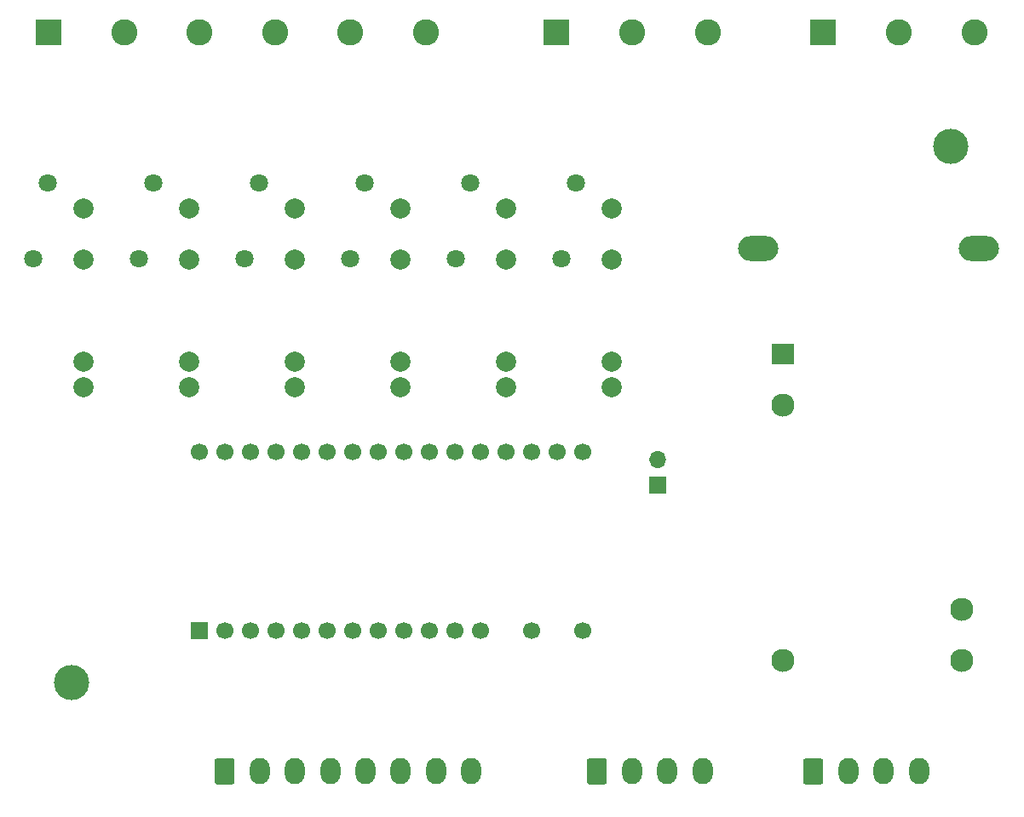
<source format=gbr>
%TF.GenerationSoftware,KiCad,Pcbnew,5.1.7-a382d34a8~87~ubuntu18.04.1*%
%TF.CreationDate,2020-10-18T18:02:23+02:00*%
%TF.ProjectId,thermodrive,74686572-6d6f-4647-9269-76652e6b6963,rev?*%
%TF.SameCoordinates,Original*%
%TF.FileFunction,Soldermask,Top*%
%TF.FilePolarity,Negative*%
%FSLAX46Y46*%
G04 Gerber Fmt 4.6, Leading zero omitted, Abs format (unit mm)*
G04 Created by KiCad (PCBNEW 5.1.7-a382d34a8~87~ubuntu18.04.1) date 2020-10-18 18:02:23*
%MOMM*%
%LPD*%
G01*
G04 APERTURE LIST*
%ADD10C,3.500000*%
%ADD11C,1.700000*%
%ADD12R,1.700000X1.700000*%
%ADD13O,1.700000X1.700000*%
%ADD14O,2.000000X2.600000*%
%ADD15C,1.800000*%
%ADD16C,2.300000*%
%ADD17R,2.300000X2.000000*%
%ADD18O,4.000000X2.500000*%
%ADD19C,1.998980*%
%ADD20C,2.600000*%
%ADD21R,2.600000X2.600000*%
G04 APERTURE END LIST*
D10*
%TO.C,REF\u002A\u002A*%
X114200000Y-60800000D03*
%TD*%
%TO.C,REF\u002A\u002A*%
X26800000Y-114200000D03*
%TD*%
D11*
%TO.C,U7*%
X39500000Y-91220000D03*
X42040000Y-91220000D03*
X44580000Y-91220000D03*
X47120000Y-91220000D03*
X49660000Y-91220000D03*
X52200000Y-91220000D03*
X54740000Y-91220000D03*
X57280000Y-91220000D03*
X59820000Y-91220000D03*
X62360000Y-91220000D03*
X64900000Y-91220000D03*
X67440000Y-91220000D03*
X69980000Y-91220000D03*
X72520000Y-91220000D03*
X75060000Y-91220000D03*
X77600000Y-91220000D03*
X77600000Y-109000000D03*
X72520000Y-109000000D03*
X67440000Y-109000000D03*
X64900000Y-109000000D03*
X62360000Y-109000000D03*
X59820000Y-109000000D03*
X57280000Y-109000000D03*
X54740000Y-109000000D03*
X52200000Y-109000000D03*
X49660000Y-109000000D03*
X47120000Y-109000000D03*
X44580000Y-109000000D03*
X42040000Y-109000000D03*
D12*
X39500000Y-109000000D03*
%TD*%
D13*
%TO.C,JP1*%
X85000000Y-91960000D03*
D12*
X85000000Y-94500000D03*
%TD*%
D14*
%TO.C,J6*%
X89500000Y-123000000D03*
X86000000Y-123000000D03*
X82500000Y-123000000D03*
G36*
G01*
X78000000Y-124050000D02*
X78000000Y-121950000D01*
G75*
G02*
X78250000Y-121700000I250000J0D01*
G01*
X79750000Y-121700000D01*
G75*
G02*
X80000000Y-121950000I0J-250000D01*
G01*
X80000000Y-124050000D01*
G75*
G02*
X79750000Y-124300000I-250000J0D01*
G01*
X78250000Y-124300000D01*
G75*
G02*
X78000000Y-124050000I0J250000D01*
G01*
G37*
%TD*%
D15*
%TO.C,RV6*%
X76900000Y-64500000D03*
X75500000Y-72000000D03*
%TD*%
D16*
%TO.C,PS1*%
X115280000Y-106900000D03*
X115280000Y-111980000D03*
X97500000Y-86580000D03*
D17*
X97500000Y-81500000D03*
D16*
X97500000Y-111980000D03*
%TD*%
D14*
%TO.C,J5*%
X66500000Y-123000000D03*
X63000000Y-123000000D03*
X59500000Y-123000000D03*
X56000000Y-123000000D03*
X52500000Y-123000000D03*
X49000000Y-123000000D03*
X45500000Y-123000000D03*
G36*
G01*
X41000000Y-124050000D02*
X41000000Y-121950000D01*
G75*
G02*
X41250000Y-121700000I250000J0D01*
G01*
X42750000Y-121700000D01*
G75*
G02*
X43000000Y-121950000I0J-250000D01*
G01*
X43000000Y-124050000D01*
G75*
G02*
X42750000Y-124300000I-250000J0D01*
G01*
X41250000Y-124300000D01*
G75*
G02*
X41000000Y-124050000I0J250000D01*
G01*
G37*
%TD*%
%TO.C,J4*%
X111000000Y-123000000D03*
X107500000Y-123000000D03*
X104000000Y-123000000D03*
G36*
G01*
X99500000Y-124050000D02*
X99500000Y-121950000D01*
G75*
G02*
X99750000Y-121700000I250000J0D01*
G01*
X101250000Y-121700000D01*
G75*
G02*
X101500000Y-121950000I0J-250000D01*
G01*
X101500000Y-124050000D01*
G75*
G02*
X101250000Y-124300000I-250000J0D01*
G01*
X99750000Y-124300000D01*
G75*
G02*
X99500000Y-124050000I0J250000D01*
G01*
G37*
%TD*%
D18*
%TO.C,F1*%
X117000000Y-71000000D03*
X95000000Y-71000000D03*
%TD*%
D19*
%TO.C,U6*%
X80500000Y-67000000D03*
X80500000Y-72080000D03*
X80500000Y-82240000D03*
X80500000Y-84780000D03*
%TD*%
%TO.C,U5*%
X70000000Y-67000000D03*
X70000000Y-72080000D03*
X70000000Y-82240000D03*
X70000000Y-84780000D03*
%TD*%
%TO.C,U4*%
X59500000Y-67000000D03*
X59500000Y-72080000D03*
X59500000Y-82240000D03*
X59500000Y-84780000D03*
%TD*%
%TO.C,U3*%
X49000000Y-67000000D03*
X49000000Y-72080000D03*
X49000000Y-82240000D03*
X49000000Y-84780000D03*
%TD*%
%TO.C,U2*%
X38500000Y-67000000D03*
X38500000Y-72080000D03*
X38500000Y-82240000D03*
X38500000Y-84780000D03*
%TD*%
%TO.C,U1*%
X28000000Y-67000000D03*
X28000000Y-72080000D03*
X28000000Y-82240000D03*
X28000000Y-84780000D03*
%TD*%
D15*
%TO.C,RV5*%
X66400000Y-64500000D03*
X65000000Y-72000000D03*
%TD*%
%TO.C,RV4*%
X55900000Y-64500000D03*
X54500000Y-72000000D03*
%TD*%
%TO.C,RV3*%
X45400000Y-64500000D03*
X44000000Y-72000000D03*
%TD*%
%TO.C,RV2*%
X34900000Y-64500000D03*
X33500000Y-72000000D03*
%TD*%
%TO.C,RV1*%
X24400000Y-64500000D03*
X23000000Y-72000000D03*
%TD*%
D20*
%TO.C,J3*%
X90000000Y-49500000D03*
X82500000Y-49500000D03*
D21*
X75000000Y-49500000D03*
%TD*%
D20*
%TO.C,J2*%
X62000000Y-49500000D03*
X54500000Y-49500000D03*
X47000000Y-49500000D03*
X39500000Y-49500000D03*
X32000000Y-49500000D03*
D21*
X24500000Y-49500000D03*
%TD*%
D20*
%TO.C,J1*%
X116500000Y-49500000D03*
X109000000Y-49500000D03*
D21*
X101500000Y-49500000D03*
%TD*%
M02*

</source>
